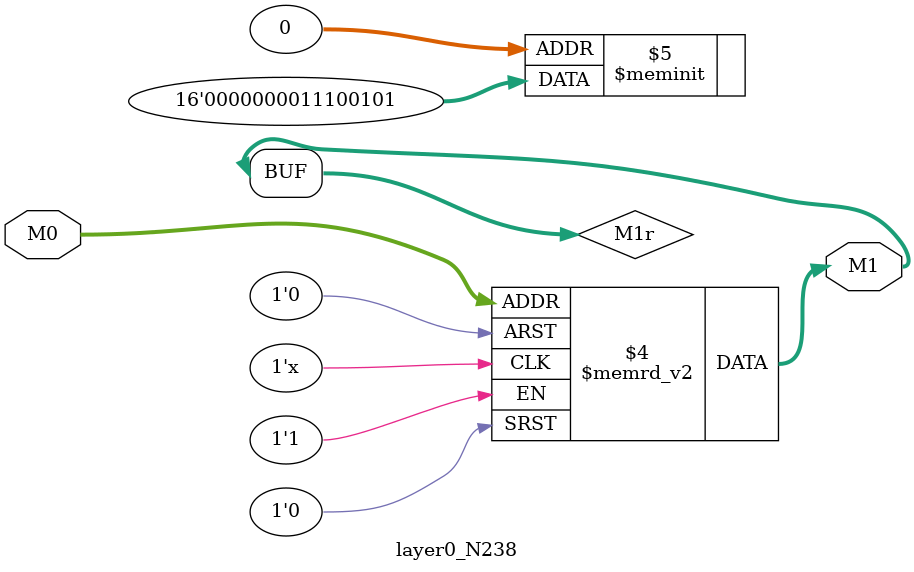
<source format=v>
module layer0_N238 ( input [2:0] M0, output [1:0] M1 );

	(*rom_style = "distributed" *) reg [1:0] M1r;
	assign M1 = M1r;
	always @ (M0) begin
		case (M0)
			3'b000: M1r = 2'b01;
			3'b100: M1r = 2'b00;
			3'b010: M1r = 2'b10;
			3'b110: M1r = 2'b00;
			3'b001: M1r = 2'b01;
			3'b101: M1r = 2'b00;
			3'b011: M1r = 2'b11;
			3'b111: M1r = 2'b00;

		endcase
	end
endmodule

</source>
